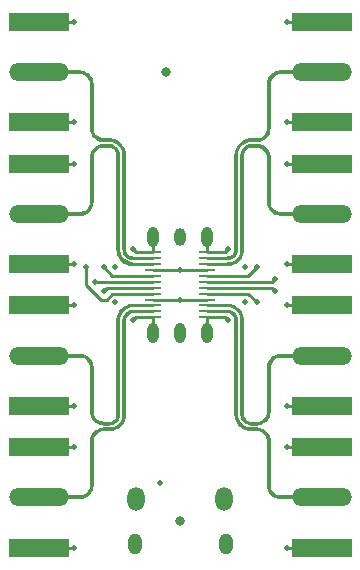
<source format=gtl>
G04 #@! TF.GenerationSoftware,KiCad,Pcbnew,6.0.0-unknown-70ca025~86~ubuntu16.04.1*
G04 #@! TF.CreationDate,2019-07-17T04:15:05+00:00*
G04 #@! TF.ProjectId,usb-type-c-breakout,7573622d-7479-4706-952d-632d62726561,rev?*
G04 #@! TF.SameCoordinates,Original*
G04 #@! TF.FileFunction,Copper,L1,Top*
G04 #@! TF.FilePolarity,Positive*
%FSLAX46Y46*%
G04 Gerber Fmt 4.6, Leading zero omitted, Abs format (unit mm)*
G04 Created by KiCad (PCBNEW 6.0.0-unknown-70ca025~86~ubuntu16.04.1) date 2019-07-17 04:15:05*
%MOMM*%
%LPD*%
G04 APERTURE LIST*
%ADD10C,0.300000*%
%ADD11C,0.100000*%
%ADD12R,1.400000X0.270000*%
%ADD13O,0.950000X1.750000*%
%ADD14O,1.000000X1.500000*%
%ADD15O,1.150000X1.800000*%
%ADD16O,1.450000X2.000000*%
%ADD17O,5.080000X1.500000*%
%ADD18R,5.080000X1.500000*%
%ADD19C,0.508000*%
%ADD20C,0.800000*%
%ADD21C,0.270000*%
%ADD22C,0.300000*%
G04 APERTURE END LIST*
D10*
X108500000Y-82000000D03*
D11*
G36*
X107409161Y-83125951D02*
G01*
X107358356Y-83063657D01*
X107345504Y-82984307D01*
X107365929Y-82783229D01*
X107371574Y-82768368D01*
X107372240Y-82752484D01*
X107432680Y-82559620D01*
X107441198Y-82546198D01*
X107445044Y-82530772D01*
X107543030Y-82354000D01*
X107554074Y-82342564D01*
X107560943Y-82328227D01*
X107692472Y-82174769D01*
X107705589Y-82165788D01*
X107715201Y-82153124D01*
X107874902Y-82029248D01*
X107889558Y-82023087D01*
X107901519Y-82012616D01*
X108082866Y-81923382D01*
X108098459Y-81920294D01*
X108112284Y-81912441D01*
X108307870Y-81861495D01*
X108321884Y-81861593D01*
X108335100Y-81856939D01*
X108488086Y-81845167D01*
X108513912Y-81850000D01*
X108540192Y-81850000D01*
X108552795Y-81857276D01*
X108567098Y-81859953D01*
X108587051Y-81877054D01*
X108609807Y-81890193D01*
X108617083Y-81902795D01*
X108628133Y-81912266D01*
X108636861Y-81937051D01*
X108650000Y-81959808D01*
X108650000Y-81974362D01*
X108654833Y-81988086D01*
X108650000Y-82013912D01*
X108650000Y-82040192D01*
X108642724Y-82052794D01*
X108640047Y-82067099D01*
X108622944Y-82087053D01*
X108609807Y-82109807D01*
X108597205Y-82117083D01*
X108587734Y-82128133D01*
X108562949Y-82136861D01*
X108540192Y-82150000D01*
X108525638Y-82150000D01*
X108511914Y-82154833D01*
X108372750Y-82165541D01*
X108205834Y-82209020D01*
X108052797Y-82284324D01*
X107918022Y-82388865D01*
X107807025Y-82518367D01*
X107724332Y-82667551D01*
X107673327Y-82830310D01*
X107654496Y-83015694D01*
X107625951Y-83090839D01*
X107563657Y-83141644D01*
X107484307Y-83154496D01*
X107409161Y-83125951D01*
X107409161Y-83125951D01*
G37*
D10*
X107500000Y-83000000D03*
X106500000Y-87750000D03*
D11*
G36*
X107590839Y-86624049D02*
G01*
X107641644Y-86686343D01*
X107654496Y-86765693D01*
X107634071Y-86966771D01*
X107628426Y-86981632D01*
X107627760Y-86997516D01*
X107567320Y-87190380D01*
X107558802Y-87203802D01*
X107554956Y-87219228D01*
X107456970Y-87396000D01*
X107445926Y-87407436D01*
X107439057Y-87421773D01*
X107307528Y-87575231D01*
X107294411Y-87584212D01*
X107284799Y-87596876D01*
X107125098Y-87720752D01*
X107110442Y-87726913D01*
X107098481Y-87737384D01*
X106917134Y-87826618D01*
X106901541Y-87829706D01*
X106887716Y-87837559D01*
X106692130Y-87888505D01*
X106678116Y-87888407D01*
X106664900Y-87893061D01*
X106511914Y-87904833D01*
X106486088Y-87900000D01*
X106459808Y-87900000D01*
X106447205Y-87892724D01*
X106432902Y-87890047D01*
X106412949Y-87872946D01*
X106390193Y-87859807D01*
X106382917Y-87847205D01*
X106371867Y-87837734D01*
X106363139Y-87812949D01*
X106350000Y-87790192D01*
X106350000Y-87775638D01*
X106345167Y-87761914D01*
X106350000Y-87736088D01*
X106350000Y-87709808D01*
X106357276Y-87697206D01*
X106359953Y-87682901D01*
X106377056Y-87662947D01*
X106390193Y-87640193D01*
X106402795Y-87632917D01*
X106412266Y-87621867D01*
X106437051Y-87613139D01*
X106459808Y-87600000D01*
X106474362Y-87600000D01*
X106488086Y-87595167D01*
X106627250Y-87584459D01*
X106794166Y-87540980D01*
X106947203Y-87465676D01*
X107081978Y-87361135D01*
X107192975Y-87231633D01*
X107275668Y-87082449D01*
X107326673Y-86919690D01*
X107345504Y-86734306D01*
X107374049Y-86659161D01*
X107436343Y-86608356D01*
X107515693Y-86595504D01*
X107590839Y-86624049D01*
X107590839Y-86624049D01*
G37*
D10*
X107500000Y-86750000D03*
X107500000Y-89250000D03*
D11*
G36*
X106374049Y-88159161D02*
G01*
X106436343Y-88108356D01*
X106515693Y-88095504D01*
X106716771Y-88115929D01*
X106731632Y-88121574D01*
X106747516Y-88122240D01*
X106940380Y-88182680D01*
X106953802Y-88191198D01*
X106969228Y-88195044D01*
X107146000Y-88293030D01*
X107157436Y-88304074D01*
X107171773Y-88310943D01*
X107325231Y-88442472D01*
X107334212Y-88455589D01*
X107346876Y-88465201D01*
X107470752Y-88624902D01*
X107476913Y-88639558D01*
X107487384Y-88651519D01*
X107576618Y-88832866D01*
X107579706Y-88848459D01*
X107587559Y-88862284D01*
X107638505Y-89057870D01*
X107638407Y-89071884D01*
X107643061Y-89085100D01*
X107654833Y-89238086D01*
X107650000Y-89263912D01*
X107650000Y-89290192D01*
X107642724Y-89302795D01*
X107640047Y-89317098D01*
X107622946Y-89337051D01*
X107609807Y-89359807D01*
X107597205Y-89367083D01*
X107587734Y-89378133D01*
X107562949Y-89386861D01*
X107540192Y-89400000D01*
X107525638Y-89400000D01*
X107511914Y-89404833D01*
X107486088Y-89400000D01*
X107459808Y-89400000D01*
X107447206Y-89392724D01*
X107432901Y-89390047D01*
X107412947Y-89372944D01*
X107390193Y-89359807D01*
X107382917Y-89347205D01*
X107371867Y-89337734D01*
X107363139Y-89312949D01*
X107350000Y-89290192D01*
X107350000Y-89275638D01*
X107345167Y-89261914D01*
X107334459Y-89122750D01*
X107290980Y-88955834D01*
X107215676Y-88802797D01*
X107111135Y-88668022D01*
X106981633Y-88557025D01*
X106832449Y-88474332D01*
X106669690Y-88423327D01*
X106484306Y-88404496D01*
X106409161Y-88375951D01*
X106358356Y-88313657D01*
X106345504Y-88234307D01*
X106374049Y-88159161D01*
X106374049Y-88159161D01*
G37*
D10*
X106500000Y-88250000D03*
X107500000Y-93000000D03*
D11*
G36*
X108625951Y-94090839D02*
G01*
X108563657Y-94141644D01*
X108484307Y-94154496D01*
X108283229Y-94134071D01*
X108268368Y-94128426D01*
X108252484Y-94127760D01*
X108059620Y-94067320D01*
X108046198Y-94058802D01*
X108030772Y-94054956D01*
X107854000Y-93956970D01*
X107842564Y-93945926D01*
X107828227Y-93939057D01*
X107674769Y-93807528D01*
X107665788Y-93794411D01*
X107653124Y-93784799D01*
X107529248Y-93625098D01*
X107523087Y-93610442D01*
X107512616Y-93598481D01*
X107423382Y-93417134D01*
X107420294Y-93401541D01*
X107412441Y-93387716D01*
X107361495Y-93192130D01*
X107361593Y-93178116D01*
X107356939Y-93164900D01*
X107345167Y-93011914D01*
X107350000Y-92986088D01*
X107350000Y-92959808D01*
X107357276Y-92947205D01*
X107359953Y-92932902D01*
X107377054Y-92912949D01*
X107390193Y-92890193D01*
X107402795Y-92882917D01*
X107412266Y-92871867D01*
X107437051Y-92863139D01*
X107459808Y-92850000D01*
X107474362Y-92850000D01*
X107488086Y-92845167D01*
X107513912Y-92850000D01*
X107540192Y-92850000D01*
X107552794Y-92857276D01*
X107567099Y-92859953D01*
X107587053Y-92877056D01*
X107609807Y-92890193D01*
X107617083Y-92902795D01*
X107628133Y-92912266D01*
X107636861Y-92937051D01*
X107650000Y-92959808D01*
X107650000Y-92974362D01*
X107654833Y-92988086D01*
X107665541Y-93127250D01*
X107709020Y-93294166D01*
X107784324Y-93447203D01*
X107888865Y-93581978D01*
X108018367Y-93692975D01*
X108167551Y-93775668D01*
X108330310Y-93826673D01*
X108515694Y-93845504D01*
X108590839Y-93874049D01*
X108641644Y-93936343D01*
X108654496Y-94015693D01*
X108625951Y-94090839D01*
X108625951Y-94090839D01*
G37*
D10*
X108500000Y-94000000D03*
X108500000Y-106000000D03*
D11*
G36*
X107409161Y-107125951D02*
G01*
X107358356Y-107063657D01*
X107345504Y-106984307D01*
X107365929Y-106783229D01*
X107371574Y-106768368D01*
X107372240Y-106752484D01*
X107432680Y-106559620D01*
X107441198Y-106546198D01*
X107445044Y-106530772D01*
X107543030Y-106354000D01*
X107554074Y-106342564D01*
X107560943Y-106328227D01*
X107692472Y-106174769D01*
X107705589Y-106165788D01*
X107715201Y-106153124D01*
X107874902Y-106029248D01*
X107889558Y-106023087D01*
X107901519Y-106012616D01*
X108082866Y-105923382D01*
X108098459Y-105920294D01*
X108112284Y-105912441D01*
X108307870Y-105861495D01*
X108321884Y-105861593D01*
X108335100Y-105856939D01*
X108488086Y-105845167D01*
X108513912Y-105850000D01*
X108540192Y-105850000D01*
X108552795Y-105857276D01*
X108567098Y-105859953D01*
X108587051Y-105877054D01*
X108609807Y-105890193D01*
X108617083Y-105902795D01*
X108628133Y-105912266D01*
X108636861Y-105937051D01*
X108650000Y-105959808D01*
X108650000Y-105974362D01*
X108654833Y-105988086D01*
X108650000Y-106013912D01*
X108650000Y-106040192D01*
X108642724Y-106052794D01*
X108640047Y-106067099D01*
X108622944Y-106087053D01*
X108609807Y-106109807D01*
X108597205Y-106117083D01*
X108587734Y-106128133D01*
X108562949Y-106136861D01*
X108540192Y-106150000D01*
X108525638Y-106150000D01*
X108511914Y-106154833D01*
X108372750Y-106165541D01*
X108205834Y-106209020D01*
X108052797Y-106284324D01*
X107918022Y-106388865D01*
X107807025Y-106518367D01*
X107724332Y-106667551D01*
X107673327Y-106830310D01*
X107654496Y-107015694D01*
X107625951Y-107090839D01*
X107563657Y-107141644D01*
X107484307Y-107154496D01*
X107409161Y-107125951D01*
X107409161Y-107125951D01*
G37*
D10*
X107500000Y-107000000D03*
X106500000Y-111750000D03*
D11*
G36*
X107590839Y-110624049D02*
G01*
X107641644Y-110686343D01*
X107654496Y-110765693D01*
X107634071Y-110966771D01*
X107628426Y-110981632D01*
X107627760Y-110997516D01*
X107567320Y-111190380D01*
X107558802Y-111203802D01*
X107554956Y-111219228D01*
X107456970Y-111396000D01*
X107445926Y-111407436D01*
X107439057Y-111421773D01*
X107307528Y-111575231D01*
X107294411Y-111584212D01*
X107284799Y-111596876D01*
X107125098Y-111720752D01*
X107110442Y-111726913D01*
X107098481Y-111737384D01*
X106917134Y-111826618D01*
X106901541Y-111829706D01*
X106887716Y-111837559D01*
X106692130Y-111888505D01*
X106678116Y-111888407D01*
X106664900Y-111893061D01*
X106511914Y-111904833D01*
X106486088Y-111900000D01*
X106459808Y-111900000D01*
X106447205Y-111892724D01*
X106432902Y-111890047D01*
X106412949Y-111872946D01*
X106390193Y-111859807D01*
X106382917Y-111847205D01*
X106371867Y-111837734D01*
X106363139Y-111812949D01*
X106350000Y-111790192D01*
X106350000Y-111775638D01*
X106345167Y-111761914D01*
X106350000Y-111736088D01*
X106350000Y-111709808D01*
X106357276Y-111697206D01*
X106359953Y-111682901D01*
X106377056Y-111662947D01*
X106390193Y-111640193D01*
X106402795Y-111632917D01*
X106412266Y-111621867D01*
X106437051Y-111613139D01*
X106459808Y-111600000D01*
X106474362Y-111600000D01*
X106488086Y-111595167D01*
X106627250Y-111584459D01*
X106794166Y-111540980D01*
X106947203Y-111465676D01*
X107081978Y-111361135D01*
X107192975Y-111231633D01*
X107275668Y-111082449D01*
X107326673Y-110919690D01*
X107345504Y-110734306D01*
X107374049Y-110659161D01*
X107436343Y-110608356D01*
X107515693Y-110595504D01*
X107590839Y-110624049D01*
X107590839Y-110624049D01*
G37*
D10*
X107500000Y-110750000D03*
X107500000Y-113250000D03*
D11*
G36*
X106374049Y-112159161D02*
G01*
X106436343Y-112108356D01*
X106515693Y-112095504D01*
X106716771Y-112115929D01*
X106731632Y-112121574D01*
X106747516Y-112122240D01*
X106940380Y-112182680D01*
X106953802Y-112191198D01*
X106969228Y-112195044D01*
X107146000Y-112293030D01*
X107157436Y-112304074D01*
X107171773Y-112310943D01*
X107325231Y-112442472D01*
X107334212Y-112455589D01*
X107346876Y-112465201D01*
X107470752Y-112624902D01*
X107476913Y-112639558D01*
X107487384Y-112651519D01*
X107576618Y-112832866D01*
X107579706Y-112848459D01*
X107587559Y-112862284D01*
X107638505Y-113057870D01*
X107638407Y-113071884D01*
X107643061Y-113085100D01*
X107654833Y-113238086D01*
X107650000Y-113263912D01*
X107650000Y-113290192D01*
X107642724Y-113302795D01*
X107640047Y-113317098D01*
X107622946Y-113337051D01*
X107609807Y-113359807D01*
X107597205Y-113367083D01*
X107587734Y-113378133D01*
X107562949Y-113386861D01*
X107540192Y-113400000D01*
X107525638Y-113400000D01*
X107511914Y-113404833D01*
X107486088Y-113400000D01*
X107459808Y-113400000D01*
X107447206Y-113392724D01*
X107432901Y-113390047D01*
X107412947Y-113372944D01*
X107390193Y-113359807D01*
X107382917Y-113347205D01*
X107371867Y-113337734D01*
X107363139Y-113312949D01*
X107350000Y-113290192D01*
X107350000Y-113275638D01*
X107345167Y-113261914D01*
X107334459Y-113122750D01*
X107290980Y-112955834D01*
X107215676Y-112802797D01*
X107111135Y-112668022D01*
X106981633Y-112557025D01*
X106832449Y-112474332D01*
X106669690Y-112423327D01*
X106484306Y-112404496D01*
X106409161Y-112375951D01*
X106358356Y-112313657D01*
X106345504Y-112234307D01*
X106374049Y-112159161D01*
X106374049Y-112159161D01*
G37*
D10*
X106500000Y-112250000D03*
X107500000Y-117000000D03*
D11*
G36*
X108625951Y-118090839D02*
G01*
X108563657Y-118141644D01*
X108484307Y-118154496D01*
X108283229Y-118134071D01*
X108268368Y-118128426D01*
X108252484Y-118127760D01*
X108059620Y-118067320D01*
X108046198Y-118058802D01*
X108030772Y-118054956D01*
X107854000Y-117956970D01*
X107842564Y-117945926D01*
X107828227Y-117939057D01*
X107674769Y-117807528D01*
X107665788Y-117794411D01*
X107653124Y-117784799D01*
X107529248Y-117625098D01*
X107523087Y-117610442D01*
X107512616Y-117598481D01*
X107423382Y-117417134D01*
X107420294Y-117401541D01*
X107412441Y-117387716D01*
X107361495Y-117192130D01*
X107361593Y-117178116D01*
X107356939Y-117164900D01*
X107345167Y-117011914D01*
X107350000Y-116986088D01*
X107350000Y-116959808D01*
X107357276Y-116947205D01*
X107359953Y-116932902D01*
X107377054Y-116912949D01*
X107390193Y-116890193D01*
X107402795Y-116882917D01*
X107412266Y-116871867D01*
X107437051Y-116863139D01*
X107459808Y-116850000D01*
X107474362Y-116850000D01*
X107488086Y-116845167D01*
X107513912Y-116850000D01*
X107540192Y-116850000D01*
X107552794Y-116857276D01*
X107567099Y-116859953D01*
X107587053Y-116877056D01*
X107609807Y-116890193D01*
X107617083Y-116902795D01*
X107628133Y-116912266D01*
X107636861Y-116937051D01*
X107650000Y-116959808D01*
X107650000Y-116974362D01*
X107654833Y-116988086D01*
X107665541Y-117127250D01*
X107709020Y-117294166D01*
X107784324Y-117447203D01*
X107888865Y-117581978D01*
X108018367Y-117692975D01*
X108167551Y-117775668D01*
X108330310Y-117826673D01*
X108515694Y-117845504D01*
X108590839Y-117874049D01*
X108641644Y-117936343D01*
X108654496Y-118015693D01*
X108625951Y-118090839D01*
X108625951Y-118090839D01*
G37*
D10*
X108500000Y-118000000D03*
X91500000Y-118000000D03*
D11*
G36*
X92590839Y-116874049D02*
G01*
X92641644Y-116936343D01*
X92654496Y-117015693D01*
X92634071Y-117216771D01*
X92628426Y-117231632D01*
X92627760Y-117247516D01*
X92567320Y-117440380D01*
X92558802Y-117453802D01*
X92554956Y-117469228D01*
X92456970Y-117646000D01*
X92445926Y-117657436D01*
X92439057Y-117671773D01*
X92307528Y-117825231D01*
X92294411Y-117834212D01*
X92284799Y-117846876D01*
X92125098Y-117970752D01*
X92110442Y-117976913D01*
X92098481Y-117987384D01*
X91917134Y-118076618D01*
X91901541Y-118079706D01*
X91887716Y-118087559D01*
X91692130Y-118138505D01*
X91678116Y-118138407D01*
X91664900Y-118143061D01*
X91511914Y-118154833D01*
X91486088Y-118150000D01*
X91459808Y-118150000D01*
X91447205Y-118142724D01*
X91432902Y-118140047D01*
X91412949Y-118122946D01*
X91390193Y-118109807D01*
X91382917Y-118097205D01*
X91371867Y-118087734D01*
X91363139Y-118062949D01*
X91350000Y-118040192D01*
X91350000Y-118025638D01*
X91345167Y-118011914D01*
X91350000Y-117986088D01*
X91350000Y-117959808D01*
X91357276Y-117947206D01*
X91359953Y-117932901D01*
X91377056Y-117912947D01*
X91390193Y-117890193D01*
X91402795Y-117882917D01*
X91412266Y-117871867D01*
X91437051Y-117863139D01*
X91459808Y-117850000D01*
X91474362Y-117850000D01*
X91488086Y-117845167D01*
X91627250Y-117834459D01*
X91794166Y-117790980D01*
X91947203Y-117715676D01*
X92081978Y-117611135D01*
X92192975Y-117481633D01*
X92275668Y-117332449D01*
X92326673Y-117169690D01*
X92345504Y-116984306D01*
X92374049Y-116909161D01*
X92436343Y-116858356D01*
X92515693Y-116845504D01*
X92590839Y-116874049D01*
X92590839Y-116874049D01*
G37*
D10*
X92500000Y-117000000D03*
X93500000Y-112250000D03*
D11*
G36*
X92409161Y-113375951D02*
G01*
X92358356Y-113313657D01*
X92345504Y-113234307D01*
X92365929Y-113033229D01*
X92371574Y-113018368D01*
X92372240Y-113002484D01*
X92432680Y-112809620D01*
X92441198Y-112796198D01*
X92445044Y-112780772D01*
X92543030Y-112604000D01*
X92554074Y-112592564D01*
X92560943Y-112578227D01*
X92692472Y-112424769D01*
X92705589Y-112415788D01*
X92715201Y-112403124D01*
X92874902Y-112279248D01*
X92889558Y-112273087D01*
X92901519Y-112262616D01*
X93082866Y-112173382D01*
X93098459Y-112170294D01*
X93112284Y-112162441D01*
X93307870Y-112111495D01*
X93321884Y-112111593D01*
X93335100Y-112106939D01*
X93488086Y-112095167D01*
X93513912Y-112100000D01*
X93540192Y-112100000D01*
X93552795Y-112107276D01*
X93567098Y-112109953D01*
X93587051Y-112127054D01*
X93609807Y-112140193D01*
X93617083Y-112152795D01*
X93628133Y-112162266D01*
X93636861Y-112187051D01*
X93650000Y-112209808D01*
X93650000Y-112224362D01*
X93654833Y-112238086D01*
X93650000Y-112263912D01*
X93650000Y-112290192D01*
X93642724Y-112302794D01*
X93640047Y-112317099D01*
X93622944Y-112337053D01*
X93609807Y-112359807D01*
X93597205Y-112367083D01*
X93587734Y-112378133D01*
X93562949Y-112386861D01*
X93540192Y-112400000D01*
X93525638Y-112400000D01*
X93511914Y-112404833D01*
X93372750Y-112415541D01*
X93205834Y-112459020D01*
X93052797Y-112534324D01*
X92918022Y-112638865D01*
X92807025Y-112768367D01*
X92724332Y-112917551D01*
X92673327Y-113080310D01*
X92654496Y-113265694D01*
X92625951Y-113340839D01*
X92563657Y-113391644D01*
X92484307Y-113404496D01*
X92409161Y-113375951D01*
X92409161Y-113375951D01*
G37*
D10*
X92500000Y-113250000D03*
X92500000Y-110750000D03*
D11*
G36*
X93625951Y-111840839D02*
G01*
X93563657Y-111891644D01*
X93484307Y-111904496D01*
X93283229Y-111884071D01*
X93268368Y-111878426D01*
X93252484Y-111877760D01*
X93059620Y-111817320D01*
X93046198Y-111808802D01*
X93030772Y-111804956D01*
X92854000Y-111706970D01*
X92842564Y-111695926D01*
X92828227Y-111689057D01*
X92674769Y-111557528D01*
X92665788Y-111544411D01*
X92653124Y-111534799D01*
X92529248Y-111375098D01*
X92523087Y-111360442D01*
X92512616Y-111348481D01*
X92423382Y-111167134D01*
X92420294Y-111151541D01*
X92412441Y-111137716D01*
X92361495Y-110942130D01*
X92361593Y-110928116D01*
X92356939Y-110914900D01*
X92345167Y-110761914D01*
X92350000Y-110736088D01*
X92350000Y-110709808D01*
X92357276Y-110697205D01*
X92359953Y-110682902D01*
X92377054Y-110662949D01*
X92390193Y-110640193D01*
X92402795Y-110632917D01*
X92412266Y-110621867D01*
X92437051Y-110613139D01*
X92459808Y-110600000D01*
X92474362Y-110600000D01*
X92488086Y-110595167D01*
X92513912Y-110600000D01*
X92540192Y-110600000D01*
X92552794Y-110607276D01*
X92567099Y-110609953D01*
X92587053Y-110627056D01*
X92609807Y-110640193D01*
X92617083Y-110652795D01*
X92628133Y-110662266D01*
X92636861Y-110687051D01*
X92650000Y-110709808D01*
X92650000Y-110724362D01*
X92654833Y-110738086D01*
X92665541Y-110877250D01*
X92709020Y-111044166D01*
X92784324Y-111197203D01*
X92888865Y-111331978D01*
X93018367Y-111442975D01*
X93167551Y-111525668D01*
X93330310Y-111576673D01*
X93515694Y-111595504D01*
X93590839Y-111624049D01*
X93641644Y-111686343D01*
X93654496Y-111765693D01*
X93625951Y-111840839D01*
X93625951Y-111840839D01*
G37*
D10*
X93500000Y-111750000D03*
X92500000Y-107000000D03*
D11*
G36*
X91374049Y-105909161D02*
G01*
X91436343Y-105858356D01*
X91515693Y-105845504D01*
X91716771Y-105865929D01*
X91731632Y-105871574D01*
X91747516Y-105872240D01*
X91940380Y-105932680D01*
X91953802Y-105941198D01*
X91969228Y-105945044D01*
X92146000Y-106043030D01*
X92157436Y-106054074D01*
X92171773Y-106060943D01*
X92325231Y-106192472D01*
X92334212Y-106205589D01*
X92346876Y-106215201D01*
X92470752Y-106374902D01*
X92476913Y-106389558D01*
X92487384Y-106401519D01*
X92576618Y-106582866D01*
X92579706Y-106598459D01*
X92587559Y-106612284D01*
X92638505Y-106807870D01*
X92638407Y-106821884D01*
X92643061Y-106835100D01*
X92654833Y-106988086D01*
X92650000Y-107013912D01*
X92650000Y-107040192D01*
X92642724Y-107052795D01*
X92640047Y-107067098D01*
X92622946Y-107087051D01*
X92609807Y-107109807D01*
X92597205Y-107117083D01*
X92587734Y-107128133D01*
X92562949Y-107136861D01*
X92540192Y-107150000D01*
X92525638Y-107150000D01*
X92511914Y-107154833D01*
X92486088Y-107150000D01*
X92459808Y-107150000D01*
X92447206Y-107142724D01*
X92432901Y-107140047D01*
X92412947Y-107122944D01*
X92390193Y-107109807D01*
X92382917Y-107097205D01*
X92371867Y-107087734D01*
X92363139Y-107062949D01*
X92350000Y-107040192D01*
X92350000Y-107025638D01*
X92345167Y-107011914D01*
X92334459Y-106872750D01*
X92290980Y-106705834D01*
X92215676Y-106552797D01*
X92111135Y-106418022D01*
X91981633Y-106307025D01*
X91832449Y-106224332D01*
X91669690Y-106173327D01*
X91484306Y-106154496D01*
X91409161Y-106125951D01*
X91358356Y-106063657D01*
X91345504Y-105984307D01*
X91374049Y-105909161D01*
X91374049Y-105909161D01*
G37*
D10*
X91500000Y-106000000D03*
X91500000Y-94000000D03*
D11*
G36*
X92590839Y-92874049D02*
G01*
X92641644Y-92936343D01*
X92654496Y-93015693D01*
X92634071Y-93216771D01*
X92628426Y-93231632D01*
X92627760Y-93247516D01*
X92567320Y-93440380D01*
X92558802Y-93453802D01*
X92554956Y-93469228D01*
X92456970Y-93646000D01*
X92445926Y-93657436D01*
X92439057Y-93671773D01*
X92307528Y-93825231D01*
X92294411Y-93834212D01*
X92284799Y-93846876D01*
X92125098Y-93970752D01*
X92110442Y-93976913D01*
X92098481Y-93987384D01*
X91917134Y-94076618D01*
X91901541Y-94079706D01*
X91887716Y-94087559D01*
X91692130Y-94138505D01*
X91678116Y-94138407D01*
X91664900Y-94143061D01*
X91511914Y-94154833D01*
X91486088Y-94150000D01*
X91459808Y-94150000D01*
X91447205Y-94142724D01*
X91432902Y-94140047D01*
X91412949Y-94122946D01*
X91390193Y-94109807D01*
X91382917Y-94097205D01*
X91371867Y-94087734D01*
X91363139Y-94062949D01*
X91350000Y-94040192D01*
X91350000Y-94025638D01*
X91345167Y-94011914D01*
X91350000Y-93986088D01*
X91350000Y-93959808D01*
X91357276Y-93947206D01*
X91359953Y-93932901D01*
X91377056Y-93912947D01*
X91390193Y-93890193D01*
X91402795Y-93882917D01*
X91412266Y-93871867D01*
X91437051Y-93863139D01*
X91459808Y-93850000D01*
X91474362Y-93850000D01*
X91488086Y-93845167D01*
X91627250Y-93834459D01*
X91794166Y-93790980D01*
X91947203Y-93715676D01*
X92081978Y-93611135D01*
X92192975Y-93481633D01*
X92275668Y-93332449D01*
X92326673Y-93169690D01*
X92345504Y-92984306D01*
X92374049Y-92909161D01*
X92436343Y-92858356D01*
X92515693Y-92845504D01*
X92590839Y-92874049D01*
X92590839Y-92874049D01*
G37*
D10*
X92500000Y-93000000D03*
X93500000Y-88250000D03*
D11*
G36*
X92409161Y-89375951D02*
G01*
X92358356Y-89313657D01*
X92345504Y-89234307D01*
X92365929Y-89033229D01*
X92371574Y-89018368D01*
X92372240Y-89002484D01*
X92432680Y-88809620D01*
X92441198Y-88796198D01*
X92445044Y-88780772D01*
X92543030Y-88604000D01*
X92554074Y-88592564D01*
X92560943Y-88578227D01*
X92692472Y-88424769D01*
X92705589Y-88415788D01*
X92715201Y-88403124D01*
X92874902Y-88279248D01*
X92889558Y-88273087D01*
X92901519Y-88262616D01*
X93082866Y-88173382D01*
X93098459Y-88170294D01*
X93112284Y-88162441D01*
X93307870Y-88111495D01*
X93321884Y-88111593D01*
X93335100Y-88106939D01*
X93488086Y-88095167D01*
X93513912Y-88100000D01*
X93540192Y-88100000D01*
X93552795Y-88107276D01*
X93567098Y-88109953D01*
X93587051Y-88127054D01*
X93609807Y-88140193D01*
X93617083Y-88152795D01*
X93628133Y-88162266D01*
X93636861Y-88187051D01*
X93650000Y-88209808D01*
X93650000Y-88224362D01*
X93654833Y-88238086D01*
X93650000Y-88263912D01*
X93650000Y-88290192D01*
X93642724Y-88302794D01*
X93640047Y-88317099D01*
X93622944Y-88337053D01*
X93609807Y-88359807D01*
X93597205Y-88367083D01*
X93587734Y-88378133D01*
X93562949Y-88386861D01*
X93540192Y-88400000D01*
X93525638Y-88400000D01*
X93511914Y-88404833D01*
X93372750Y-88415541D01*
X93205834Y-88459020D01*
X93052797Y-88534324D01*
X92918022Y-88638865D01*
X92807025Y-88768367D01*
X92724332Y-88917551D01*
X92673327Y-89080310D01*
X92654496Y-89265694D01*
X92625951Y-89340839D01*
X92563657Y-89391644D01*
X92484307Y-89404496D01*
X92409161Y-89375951D01*
X92409161Y-89375951D01*
G37*
D10*
X92500000Y-89250000D03*
X92500000Y-86750000D03*
D11*
G36*
X93625951Y-87840839D02*
G01*
X93563657Y-87891644D01*
X93484307Y-87904496D01*
X93283229Y-87884071D01*
X93268368Y-87878426D01*
X93252484Y-87877760D01*
X93059620Y-87817320D01*
X93046198Y-87808802D01*
X93030772Y-87804956D01*
X92854000Y-87706970D01*
X92842564Y-87695926D01*
X92828227Y-87689057D01*
X92674769Y-87557528D01*
X92665788Y-87544411D01*
X92653124Y-87534799D01*
X92529248Y-87375098D01*
X92523087Y-87360442D01*
X92512616Y-87348481D01*
X92423382Y-87167134D01*
X92420294Y-87151541D01*
X92412441Y-87137716D01*
X92361495Y-86942130D01*
X92361593Y-86928116D01*
X92356939Y-86914900D01*
X92345167Y-86761914D01*
X92350000Y-86736088D01*
X92350000Y-86709808D01*
X92357276Y-86697205D01*
X92359953Y-86682902D01*
X92377054Y-86662949D01*
X92390193Y-86640193D01*
X92402795Y-86632917D01*
X92412266Y-86621867D01*
X92437051Y-86613139D01*
X92459808Y-86600000D01*
X92474362Y-86600000D01*
X92488086Y-86595167D01*
X92513912Y-86600000D01*
X92540192Y-86600000D01*
X92552794Y-86607276D01*
X92567099Y-86609953D01*
X92587053Y-86627056D01*
X92609807Y-86640193D01*
X92617083Y-86652795D01*
X92628133Y-86662266D01*
X92636861Y-86687051D01*
X92650000Y-86709808D01*
X92650000Y-86724362D01*
X92654833Y-86738086D01*
X92665541Y-86877250D01*
X92709020Y-87044166D01*
X92784324Y-87197203D01*
X92888865Y-87331978D01*
X93018367Y-87442975D01*
X93167551Y-87525668D01*
X93330310Y-87576673D01*
X93515694Y-87595504D01*
X93590839Y-87624049D01*
X93641644Y-87686343D01*
X93654496Y-87765693D01*
X93625951Y-87840839D01*
X93625951Y-87840839D01*
G37*
D10*
X93500000Y-87750000D03*
X92500000Y-83000000D03*
D11*
G36*
X91374049Y-81909161D02*
G01*
X91436343Y-81858356D01*
X91515693Y-81845504D01*
X91716771Y-81865929D01*
X91731632Y-81871574D01*
X91747516Y-81872240D01*
X91940380Y-81932680D01*
X91953802Y-81941198D01*
X91969228Y-81945044D01*
X92146000Y-82043030D01*
X92157436Y-82054074D01*
X92171773Y-82060943D01*
X92325231Y-82192472D01*
X92334212Y-82205589D01*
X92346876Y-82215201D01*
X92470752Y-82374902D01*
X92476913Y-82389558D01*
X92487384Y-82401519D01*
X92576618Y-82582866D01*
X92579706Y-82598459D01*
X92587559Y-82612284D01*
X92638505Y-82807870D01*
X92638407Y-82821884D01*
X92643061Y-82835100D01*
X92654833Y-82988086D01*
X92650000Y-83013912D01*
X92650000Y-83040192D01*
X92642724Y-83052795D01*
X92640047Y-83067098D01*
X92622946Y-83087051D01*
X92609807Y-83109807D01*
X92597205Y-83117083D01*
X92587734Y-83128133D01*
X92562949Y-83136861D01*
X92540192Y-83150000D01*
X92525638Y-83150000D01*
X92511914Y-83154833D01*
X92486088Y-83150000D01*
X92459808Y-83150000D01*
X92447206Y-83142724D01*
X92432901Y-83140047D01*
X92412947Y-83122944D01*
X92390193Y-83109807D01*
X92382917Y-83097205D01*
X92371867Y-83087734D01*
X92363139Y-83062949D01*
X92350000Y-83040192D01*
X92350000Y-83025638D01*
X92345167Y-83011914D01*
X92334459Y-82872750D01*
X92290980Y-82705834D01*
X92215676Y-82552797D01*
X92111135Y-82418022D01*
X91981633Y-82307025D01*
X91832449Y-82224332D01*
X91669690Y-82173327D01*
X91484306Y-82154496D01*
X91409161Y-82125951D01*
X91358356Y-82063657D01*
X91345504Y-81984307D01*
X91374049Y-81909161D01*
X91374049Y-81909161D01*
G37*
D10*
X91500000Y-82000000D03*
X95250000Y-89000000D03*
D11*
G36*
X93872948Y-87660707D02*
G01*
X93934617Y-87609144D01*
X94013804Y-87595324D01*
X94235160Y-87615079D01*
X94248320Y-87619895D01*
X94262334Y-87619968D01*
X94476693Y-87678611D01*
X94488791Y-87685681D01*
X94502569Y-87688234D01*
X94703156Y-87783908D01*
X94713813Y-87793010D01*
X94726921Y-87797963D01*
X94907395Y-87927647D01*
X94916270Y-87938490D01*
X94928295Y-87945687D01*
X95082951Y-88105281D01*
X95089766Y-88117525D01*
X95100326Y-88126737D01*
X95224276Y-88311195D01*
X95228815Y-88324452D01*
X95237577Y-88335389D01*
X95326905Y-88538882D01*
X95329025Y-88552735D01*
X95335711Y-88565050D01*
X95387590Y-88781145D01*
X95387255Y-88793936D01*
X95391464Y-88806022D01*
X95404874Y-88988626D01*
X95400000Y-89014177D01*
X95400000Y-89040192D01*
X95392589Y-89053028D01*
X95389812Y-89067587D01*
X95372813Y-89087280D01*
X95359807Y-89109807D01*
X95346971Y-89117218D01*
X95337286Y-89128438D01*
X95312721Y-89136993D01*
X95290192Y-89150000D01*
X95275370Y-89150000D01*
X95261374Y-89154874D01*
X95235822Y-89150000D01*
X95209808Y-89150000D01*
X95196972Y-89142589D01*
X95182412Y-89139812D01*
X95162718Y-89122812D01*
X95140193Y-89109807D01*
X95132782Y-89096971D01*
X95121562Y-89087286D01*
X95113007Y-89062721D01*
X95100000Y-89040192D01*
X95100000Y-89025370D01*
X95095126Y-89011374D01*
X95082641Y-88841363D01*
X95036947Y-88651030D01*
X94958759Y-88472917D01*
X94850270Y-88311468D01*
X94714903Y-88171778D01*
X94556940Y-88058270D01*
X94381373Y-87974529D01*
X94193745Y-87923199D01*
X93986196Y-87904676D01*
X93910707Y-87877052D01*
X93859144Y-87815383D01*
X93845324Y-87736196D01*
X93872948Y-87660707D01*
X93872948Y-87660707D01*
G37*
D10*
X94000000Y-87750000D03*
X94750000Y-97000000D03*
D11*
G36*
X96127052Y-98339293D02*
G01*
X96065383Y-98390856D01*
X95986196Y-98404676D01*
X95764840Y-98384921D01*
X95751680Y-98380105D01*
X95737666Y-98380032D01*
X95523307Y-98321389D01*
X95511209Y-98314319D01*
X95497431Y-98311766D01*
X95296844Y-98216092D01*
X95286187Y-98206990D01*
X95273079Y-98202037D01*
X95092605Y-98072353D01*
X95083730Y-98061510D01*
X95071705Y-98054313D01*
X94917049Y-97894719D01*
X94910234Y-97882475D01*
X94899674Y-97873263D01*
X94775724Y-97688805D01*
X94771185Y-97675548D01*
X94762423Y-97664611D01*
X94673095Y-97461118D01*
X94670975Y-97447265D01*
X94664289Y-97434950D01*
X94612410Y-97218855D01*
X94612745Y-97206064D01*
X94608536Y-97193978D01*
X94595126Y-97011374D01*
X94600000Y-96985823D01*
X94600000Y-96959808D01*
X94607411Y-96946972D01*
X94610188Y-96932413D01*
X94627187Y-96912720D01*
X94640193Y-96890193D01*
X94653029Y-96882782D01*
X94662714Y-96871562D01*
X94687279Y-96863007D01*
X94709808Y-96850000D01*
X94724630Y-96850000D01*
X94738626Y-96845126D01*
X94764178Y-96850000D01*
X94790192Y-96850000D01*
X94803028Y-96857411D01*
X94817588Y-96860188D01*
X94837282Y-96877188D01*
X94859807Y-96890193D01*
X94867218Y-96903029D01*
X94878438Y-96912714D01*
X94886993Y-96937279D01*
X94900000Y-96959808D01*
X94900000Y-96974630D01*
X94904874Y-96988626D01*
X94917359Y-97158637D01*
X94963053Y-97348970D01*
X95041241Y-97527083D01*
X95149730Y-97688532D01*
X95285097Y-97828222D01*
X95443060Y-97941730D01*
X95618627Y-98025471D01*
X95806255Y-98076801D01*
X96013804Y-98095324D01*
X96089293Y-98122948D01*
X96140856Y-98184617D01*
X96154676Y-98263804D01*
X96127052Y-98339293D01*
X96127052Y-98339293D01*
G37*
D10*
X96000000Y-98250000D03*
X96000000Y-101750000D03*
D11*
G36*
X94660707Y-103127052D02*
G01*
X94609144Y-103065383D01*
X94595324Y-102986196D01*
X94615079Y-102764840D01*
X94619895Y-102751680D01*
X94619968Y-102737666D01*
X94678611Y-102523307D01*
X94685681Y-102511209D01*
X94688234Y-102497431D01*
X94783908Y-102296844D01*
X94793010Y-102286187D01*
X94797963Y-102273079D01*
X94927647Y-102092605D01*
X94938490Y-102083730D01*
X94945687Y-102071705D01*
X95105281Y-101917049D01*
X95117525Y-101910234D01*
X95126737Y-101899674D01*
X95311195Y-101775724D01*
X95324452Y-101771185D01*
X95335389Y-101762423D01*
X95538882Y-101673095D01*
X95552735Y-101670975D01*
X95565050Y-101664289D01*
X95781145Y-101612410D01*
X95793936Y-101612745D01*
X95806022Y-101608536D01*
X95988626Y-101595126D01*
X96014177Y-101600000D01*
X96040192Y-101600000D01*
X96053028Y-101607411D01*
X96067587Y-101610188D01*
X96087280Y-101627187D01*
X96109807Y-101640193D01*
X96117218Y-101653029D01*
X96128438Y-101662714D01*
X96136993Y-101687279D01*
X96150000Y-101709808D01*
X96150000Y-101724630D01*
X96154874Y-101738626D01*
X96150000Y-101764178D01*
X96150000Y-101790192D01*
X96142589Y-101803028D01*
X96139812Y-101817588D01*
X96122812Y-101837282D01*
X96109807Y-101859807D01*
X96096971Y-101867218D01*
X96087286Y-101878438D01*
X96062721Y-101886993D01*
X96040192Y-101900000D01*
X96025370Y-101900000D01*
X96011374Y-101904874D01*
X95841363Y-101917359D01*
X95651030Y-101963053D01*
X95472917Y-102041241D01*
X95311468Y-102149730D01*
X95171778Y-102285097D01*
X95058270Y-102443060D01*
X94974529Y-102618627D01*
X94923199Y-102806255D01*
X94904676Y-103013804D01*
X94877052Y-103089293D01*
X94815383Y-103140856D01*
X94736196Y-103154676D01*
X94660707Y-103127052D01*
X94660707Y-103127052D01*
G37*
D10*
X94750000Y-103000000D03*
X94000000Y-112250000D03*
D11*
G36*
X95339293Y-110872948D02*
G01*
X95390856Y-110934617D01*
X95404676Y-111013804D01*
X95384921Y-111235160D01*
X95380105Y-111248320D01*
X95380032Y-111262334D01*
X95321389Y-111476693D01*
X95314319Y-111488791D01*
X95311766Y-111502569D01*
X95216092Y-111703156D01*
X95206990Y-111713813D01*
X95202037Y-111726921D01*
X95072353Y-111907395D01*
X95061510Y-111916270D01*
X95054313Y-111928295D01*
X94894719Y-112082951D01*
X94882475Y-112089766D01*
X94873263Y-112100326D01*
X94688805Y-112224276D01*
X94675548Y-112228815D01*
X94664611Y-112237577D01*
X94461118Y-112326905D01*
X94447265Y-112329025D01*
X94434950Y-112335711D01*
X94218855Y-112387590D01*
X94206064Y-112387255D01*
X94193978Y-112391464D01*
X94011374Y-112404874D01*
X93985823Y-112400000D01*
X93959808Y-112400000D01*
X93946972Y-112392589D01*
X93932413Y-112389812D01*
X93912720Y-112372813D01*
X93890193Y-112359807D01*
X93882782Y-112346971D01*
X93871562Y-112337286D01*
X93863007Y-112312721D01*
X93850000Y-112290192D01*
X93850000Y-112275370D01*
X93845126Y-112261374D01*
X93850000Y-112235822D01*
X93850000Y-112209808D01*
X93857411Y-112196972D01*
X93860188Y-112182412D01*
X93877188Y-112162718D01*
X93890193Y-112140193D01*
X93903029Y-112132782D01*
X93912714Y-112121562D01*
X93937279Y-112113007D01*
X93959808Y-112100000D01*
X93974630Y-112100000D01*
X93988626Y-112095126D01*
X94158637Y-112082641D01*
X94348970Y-112036947D01*
X94527083Y-111958759D01*
X94688532Y-111850270D01*
X94828222Y-111714903D01*
X94941730Y-111556940D01*
X95025471Y-111381373D01*
X95076801Y-111193745D01*
X95095324Y-110986196D01*
X95122948Y-110910707D01*
X95184617Y-110859144D01*
X95263804Y-110845324D01*
X95339293Y-110872948D01*
X95339293Y-110872948D01*
G37*
D10*
X95250000Y-111000000D03*
X104750000Y-111000000D03*
D11*
G36*
X106127052Y-112339293D02*
G01*
X106065383Y-112390856D01*
X105986196Y-112404676D01*
X105764840Y-112384921D01*
X105751680Y-112380105D01*
X105737666Y-112380032D01*
X105523307Y-112321389D01*
X105511209Y-112314319D01*
X105497431Y-112311766D01*
X105296844Y-112216092D01*
X105286187Y-112206990D01*
X105273079Y-112202037D01*
X105092605Y-112072353D01*
X105083730Y-112061510D01*
X105071705Y-112054313D01*
X104917049Y-111894719D01*
X104910234Y-111882475D01*
X104899674Y-111873263D01*
X104775724Y-111688805D01*
X104771185Y-111675548D01*
X104762423Y-111664611D01*
X104673095Y-111461118D01*
X104670975Y-111447265D01*
X104664289Y-111434950D01*
X104612410Y-111218855D01*
X104612745Y-111206064D01*
X104608536Y-111193978D01*
X104595126Y-111011374D01*
X104600000Y-110985823D01*
X104600000Y-110959808D01*
X104607411Y-110946972D01*
X104610188Y-110932413D01*
X104627187Y-110912720D01*
X104640193Y-110890193D01*
X104653029Y-110882782D01*
X104662714Y-110871562D01*
X104687279Y-110863007D01*
X104709808Y-110850000D01*
X104724630Y-110850000D01*
X104738626Y-110845126D01*
X104764178Y-110850000D01*
X104790192Y-110850000D01*
X104803028Y-110857411D01*
X104817588Y-110860188D01*
X104837282Y-110877188D01*
X104859807Y-110890193D01*
X104867218Y-110903029D01*
X104878438Y-110912714D01*
X104886993Y-110937279D01*
X104900000Y-110959808D01*
X104900000Y-110974630D01*
X104904874Y-110988626D01*
X104917359Y-111158637D01*
X104963053Y-111348970D01*
X105041241Y-111527083D01*
X105149730Y-111688532D01*
X105285097Y-111828222D01*
X105443060Y-111941730D01*
X105618627Y-112025471D01*
X105806255Y-112076801D01*
X106013804Y-112095324D01*
X106089293Y-112122948D01*
X106140856Y-112184617D01*
X106154676Y-112263804D01*
X106127052Y-112339293D01*
X106127052Y-112339293D01*
G37*
D10*
X106000000Y-112250000D03*
X105250000Y-103000000D03*
D11*
G36*
X103872948Y-101660707D02*
G01*
X103934617Y-101609144D01*
X104013804Y-101595324D01*
X104235160Y-101615079D01*
X104248320Y-101619895D01*
X104262334Y-101619968D01*
X104476693Y-101678611D01*
X104488791Y-101685681D01*
X104502569Y-101688234D01*
X104703156Y-101783908D01*
X104713813Y-101793010D01*
X104726921Y-101797963D01*
X104907395Y-101927647D01*
X104916270Y-101938490D01*
X104928295Y-101945687D01*
X105082951Y-102105281D01*
X105089766Y-102117525D01*
X105100326Y-102126737D01*
X105224276Y-102311195D01*
X105228815Y-102324452D01*
X105237577Y-102335389D01*
X105326905Y-102538882D01*
X105329025Y-102552735D01*
X105335711Y-102565050D01*
X105387590Y-102781145D01*
X105387255Y-102793936D01*
X105391464Y-102806022D01*
X105404874Y-102988626D01*
X105400000Y-103014177D01*
X105400000Y-103040192D01*
X105392589Y-103053028D01*
X105389812Y-103067587D01*
X105372813Y-103087280D01*
X105359807Y-103109807D01*
X105346971Y-103117218D01*
X105337286Y-103128438D01*
X105312721Y-103136993D01*
X105290192Y-103150000D01*
X105275370Y-103150000D01*
X105261374Y-103154874D01*
X105235822Y-103150000D01*
X105209808Y-103150000D01*
X105196972Y-103142589D01*
X105182412Y-103139812D01*
X105162718Y-103122812D01*
X105140193Y-103109807D01*
X105132782Y-103096971D01*
X105121562Y-103087286D01*
X105113007Y-103062721D01*
X105100000Y-103040192D01*
X105100000Y-103025370D01*
X105095126Y-103011374D01*
X105082641Y-102841363D01*
X105036947Y-102651030D01*
X104958759Y-102472917D01*
X104850270Y-102311468D01*
X104714903Y-102171778D01*
X104556940Y-102058270D01*
X104381373Y-101974529D01*
X104193745Y-101923199D01*
X103986196Y-101904676D01*
X103910707Y-101877052D01*
X103859144Y-101815383D01*
X103845324Y-101736196D01*
X103872948Y-101660707D01*
X103872948Y-101660707D01*
G37*
D10*
X104000000Y-101750000D03*
X104000000Y-98250000D03*
D11*
G36*
X105339293Y-96872948D02*
G01*
X105390856Y-96934617D01*
X105404676Y-97013804D01*
X105384921Y-97235160D01*
X105380105Y-97248320D01*
X105380032Y-97262334D01*
X105321389Y-97476693D01*
X105314319Y-97488791D01*
X105311766Y-97502569D01*
X105216092Y-97703156D01*
X105206990Y-97713813D01*
X105202037Y-97726921D01*
X105072353Y-97907395D01*
X105061510Y-97916270D01*
X105054313Y-97928295D01*
X104894719Y-98082951D01*
X104882475Y-98089766D01*
X104873263Y-98100326D01*
X104688805Y-98224276D01*
X104675548Y-98228815D01*
X104664611Y-98237577D01*
X104461118Y-98326905D01*
X104447265Y-98329025D01*
X104434950Y-98335711D01*
X104218855Y-98387590D01*
X104206064Y-98387255D01*
X104193978Y-98391464D01*
X104011374Y-98404874D01*
X103985823Y-98400000D01*
X103959808Y-98400000D01*
X103946972Y-98392589D01*
X103932413Y-98389812D01*
X103912720Y-98372813D01*
X103890193Y-98359807D01*
X103882782Y-98346971D01*
X103871562Y-98337286D01*
X103863007Y-98312721D01*
X103850000Y-98290192D01*
X103850000Y-98275370D01*
X103845126Y-98261374D01*
X103850000Y-98235822D01*
X103850000Y-98209808D01*
X103857411Y-98196972D01*
X103860188Y-98182412D01*
X103877188Y-98162718D01*
X103890193Y-98140193D01*
X103903029Y-98132782D01*
X103912714Y-98121562D01*
X103937279Y-98113007D01*
X103959808Y-98100000D01*
X103974630Y-98100000D01*
X103988626Y-98095126D01*
X104158637Y-98082641D01*
X104348970Y-98036947D01*
X104527083Y-97958759D01*
X104688532Y-97850270D01*
X104828222Y-97714903D01*
X104941730Y-97556940D01*
X105025471Y-97381373D01*
X105076801Y-97193745D01*
X105095324Y-96986196D01*
X105122948Y-96910707D01*
X105184617Y-96859144D01*
X105263804Y-96845324D01*
X105339293Y-96872948D01*
X105339293Y-96872948D01*
G37*
D10*
X105250000Y-97000000D03*
X106000000Y-87750000D03*
D11*
G36*
X104660707Y-89127052D02*
G01*
X104609144Y-89065383D01*
X104595324Y-88986196D01*
X104615079Y-88764840D01*
X104619895Y-88751680D01*
X104619968Y-88737666D01*
X104678611Y-88523307D01*
X104685681Y-88511209D01*
X104688234Y-88497431D01*
X104783908Y-88296844D01*
X104793010Y-88286187D01*
X104797963Y-88273079D01*
X104927647Y-88092605D01*
X104938490Y-88083730D01*
X104945687Y-88071705D01*
X105105281Y-87917049D01*
X105117525Y-87910234D01*
X105126737Y-87899674D01*
X105311195Y-87775724D01*
X105324452Y-87771185D01*
X105335389Y-87762423D01*
X105538882Y-87673095D01*
X105552735Y-87670975D01*
X105565050Y-87664289D01*
X105781145Y-87612410D01*
X105793936Y-87612745D01*
X105806022Y-87608536D01*
X105988626Y-87595126D01*
X106014177Y-87600000D01*
X106040192Y-87600000D01*
X106053028Y-87607411D01*
X106067587Y-87610188D01*
X106087280Y-87627187D01*
X106109807Y-87640193D01*
X106117218Y-87653029D01*
X106128438Y-87662714D01*
X106136993Y-87687279D01*
X106150000Y-87709808D01*
X106150000Y-87724630D01*
X106154874Y-87738626D01*
X106150000Y-87764178D01*
X106150000Y-87790192D01*
X106142589Y-87803028D01*
X106139812Y-87817588D01*
X106122812Y-87837282D01*
X106109807Y-87859807D01*
X106096971Y-87867218D01*
X106087286Y-87878438D01*
X106062721Y-87886993D01*
X106040192Y-87900000D01*
X106025370Y-87900000D01*
X106011374Y-87904874D01*
X105841363Y-87917359D01*
X105651030Y-87963053D01*
X105472917Y-88041241D01*
X105311468Y-88149730D01*
X105171778Y-88285097D01*
X105058270Y-88443060D01*
X104974529Y-88618627D01*
X104923199Y-88806255D01*
X104904676Y-89013804D01*
X104877052Y-89089293D01*
X104815383Y-89140856D01*
X104736196Y-89154676D01*
X104660707Y-89127052D01*
X104660707Y-89127052D01*
G37*
D10*
X104750000Y-89000000D03*
X106000000Y-88250000D03*
D11*
G36*
X105157302Y-89124590D02*
G01*
X105107427Y-89061549D01*
X105095754Y-88982017D01*
X105115870Y-88809480D01*
X105122576Y-88792587D01*
X105124144Y-88774478D01*
X105183412Y-88611196D01*
X105193823Y-88596299D01*
X105199516Y-88579036D01*
X105294758Y-88433768D01*
X105308319Y-88421664D01*
X105317829Y-88406176D01*
X105443935Y-88286714D01*
X105459916Y-88278055D01*
X105472735Y-88265169D01*
X105622941Y-88177923D01*
X105640484Y-88173173D01*
X105655924Y-88163581D01*
X105822172Y-88113229D01*
X105838264Y-88112709D01*
X105853382Y-88107177D01*
X105986196Y-88095324D01*
X106012989Y-88100000D01*
X106040192Y-88100000D01*
X106051977Y-88106804D01*
X106065383Y-88109144D01*
X106086250Y-88126592D01*
X106109807Y-88140193D01*
X106116611Y-88151978D01*
X106127052Y-88160708D01*
X106136399Y-88186251D01*
X106150000Y-88209808D01*
X106150000Y-88223418D01*
X106154676Y-88236196D01*
X106150000Y-88262989D01*
X106150000Y-88290192D01*
X106143196Y-88301977D01*
X106140856Y-88315384D01*
X106123406Y-88336253D01*
X106109807Y-88359807D01*
X106098022Y-88366611D01*
X106089292Y-88377052D01*
X106063749Y-88386399D01*
X106040192Y-88400000D01*
X106026582Y-88400000D01*
X106013804Y-88404676D01*
X105896909Y-88415108D01*
X105763278Y-88455582D01*
X105644383Y-88524641D01*
X105544567Y-88619200D01*
X105469178Y-88734186D01*
X105422265Y-88863430D01*
X105404246Y-89017984D01*
X105374589Y-89092697D01*
X105311548Y-89142573D01*
X105232016Y-89154246D01*
X105157302Y-89124590D01*
X105157302Y-89124590D01*
G37*
D10*
X105250000Y-89000000D03*
X104000000Y-97750000D03*
D11*
G36*
X104842698Y-96875410D02*
G01*
X104892573Y-96938451D01*
X104904246Y-97017983D01*
X104884130Y-97190520D01*
X104877424Y-97207413D01*
X104875856Y-97225522D01*
X104816588Y-97388804D01*
X104806177Y-97403701D01*
X104800484Y-97420964D01*
X104705242Y-97566232D01*
X104691681Y-97578336D01*
X104682171Y-97593824D01*
X104556065Y-97713286D01*
X104540084Y-97721945D01*
X104527265Y-97734831D01*
X104377059Y-97822077D01*
X104359516Y-97826827D01*
X104344076Y-97836419D01*
X104177828Y-97886771D01*
X104161736Y-97887291D01*
X104146618Y-97892823D01*
X104013804Y-97904676D01*
X103987011Y-97900000D01*
X103959808Y-97900000D01*
X103948023Y-97893196D01*
X103934617Y-97890856D01*
X103913750Y-97873408D01*
X103890193Y-97859807D01*
X103883389Y-97848022D01*
X103872948Y-97839292D01*
X103863601Y-97813749D01*
X103850000Y-97790192D01*
X103850000Y-97776582D01*
X103845324Y-97763804D01*
X103850000Y-97737011D01*
X103850000Y-97709808D01*
X103856804Y-97698023D01*
X103859144Y-97684616D01*
X103876594Y-97663747D01*
X103890193Y-97640193D01*
X103901978Y-97633389D01*
X103910708Y-97622948D01*
X103936251Y-97613601D01*
X103959808Y-97600000D01*
X103973418Y-97600000D01*
X103986196Y-97595324D01*
X104103091Y-97584892D01*
X104236722Y-97544418D01*
X104355617Y-97475359D01*
X104455433Y-97380800D01*
X104530822Y-97265814D01*
X104577735Y-97136570D01*
X104595754Y-96982016D01*
X104625411Y-96907303D01*
X104688452Y-96857427D01*
X104767984Y-96845754D01*
X104842698Y-96875410D01*
X104842698Y-96875410D01*
G37*
D10*
X104750000Y-97000000D03*
X105250000Y-111000000D03*
D11*
G36*
X106124590Y-111842698D02*
G01*
X106061549Y-111892573D01*
X105982017Y-111904246D01*
X105809480Y-111884130D01*
X105792587Y-111877424D01*
X105774478Y-111875856D01*
X105611196Y-111816588D01*
X105596299Y-111806177D01*
X105579036Y-111800484D01*
X105433768Y-111705242D01*
X105421664Y-111691681D01*
X105406176Y-111682171D01*
X105286714Y-111556065D01*
X105278055Y-111540084D01*
X105265169Y-111527265D01*
X105177923Y-111377059D01*
X105173173Y-111359516D01*
X105163581Y-111344076D01*
X105113229Y-111177828D01*
X105112709Y-111161736D01*
X105107177Y-111146618D01*
X105095324Y-111013804D01*
X105100000Y-110987011D01*
X105100000Y-110959808D01*
X105106804Y-110948023D01*
X105109144Y-110934617D01*
X105126592Y-110913750D01*
X105140193Y-110890193D01*
X105151978Y-110883389D01*
X105160708Y-110872948D01*
X105186251Y-110863601D01*
X105209808Y-110850000D01*
X105223418Y-110850000D01*
X105236196Y-110845324D01*
X105262989Y-110850000D01*
X105290192Y-110850000D01*
X105301977Y-110856804D01*
X105315384Y-110859144D01*
X105336253Y-110876594D01*
X105359807Y-110890193D01*
X105366611Y-110901978D01*
X105377052Y-110910708D01*
X105386399Y-110936251D01*
X105400000Y-110959808D01*
X105400000Y-110973418D01*
X105404676Y-110986196D01*
X105415108Y-111103091D01*
X105455582Y-111236722D01*
X105524641Y-111355617D01*
X105619200Y-111455433D01*
X105734186Y-111530822D01*
X105863430Y-111577735D01*
X106017984Y-111595754D01*
X106092697Y-111625411D01*
X106142573Y-111688452D01*
X106154246Y-111767984D01*
X106124590Y-111842698D01*
X106124590Y-111842698D01*
G37*
D10*
X106000000Y-111750000D03*
X104750000Y-103000000D03*
D11*
G36*
X103875410Y-102157302D02*
G01*
X103938451Y-102107427D01*
X104017983Y-102095754D01*
X104190520Y-102115870D01*
X104207413Y-102122576D01*
X104225522Y-102124144D01*
X104388804Y-102183412D01*
X104403701Y-102193823D01*
X104420964Y-102199516D01*
X104566232Y-102294758D01*
X104578336Y-102308319D01*
X104593824Y-102317829D01*
X104713286Y-102443935D01*
X104721945Y-102459916D01*
X104734831Y-102472735D01*
X104822077Y-102622941D01*
X104826827Y-102640484D01*
X104836419Y-102655924D01*
X104886771Y-102822172D01*
X104887291Y-102838264D01*
X104892823Y-102853382D01*
X104904676Y-102986196D01*
X104900000Y-103012989D01*
X104900000Y-103040192D01*
X104893196Y-103051977D01*
X104890856Y-103065383D01*
X104873408Y-103086250D01*
X104859807Y-103109807D01*
X104848022Y-103116611D01*
X104839292Y-103127052D01*
X104813749Y-103136399D01*
X104790192Y-103150000D01*
X104776582Y-103150000D01*
X104763804Y-103154676D01*
X104737011Y-103150000D01*
X104709808Y-103150000D01*
X104698023Y-103143196D01*
X104684616Y-103140856D01*
X104663747Y-103123406D01*
X104640193Y-103109807D01*
X104633389Y-103098022D01*
X104622948Y-103089292D01*
X104613601Y-103063749D01*
X104600000Y-103040192D01*
X104600000Y-103026582D01*
X104595324Y-103013804D01*
X104584892Y-102896909D01*
X104544418Y-102763278D01*
X104475359Y-102644383D01*
X104380800Y-102544567D01*
X104265814Y-102469178D01*
X104136570Y-102422265D01*
X103982016Y-102404246D01*
X103907303Y-102374589D01*
X103857427Y-102311548D01*
X103845754Y-102232016D01*
X103875410Y-102157302D01*
X103875410Y-102157302D01*
G37*
D10*
X104000000Y-102250000D03*
X96000000Y-102250000D03*
D11*
G36*
X95157302Y-103124590D02*
G01*
X95107427Y-103061549D01*
X95095754Y-102982017D01*
X95115870Y-102809480D01*
X95122576Y-102792587D01*
X95124144Y-102774478D01*
X95183412Y-102611196D01*
X95193823Y-102596299D01*
X95199516Y-102579036D01*
X95294758Y-102433768D01*
X95308319Y-102421664D01*
X95317829Y-102406176D01*
X95443935Y-102286714D01*
X95459916Y-102278055D01*
X95472735Y-102265169D01*
X95622941Y-102177923D01*
X95640484Y-102173173D01*
X95655924Y-102163581D01*
X95822172Y-102113229D01*
X95838264Y-102112709D01*
X95853382Y-102107177D01*
X95986196Y-102095324D01*
X96012989Y-102100000D01*
X96040192Y-102100000D01*
X96051977Y-102106804D01*
X96065383Y-102109144D01*
X96086250Y-102126592D01*
X96109807Y-102140193D01*
X96116611Y-102151978D01*
X96127052Y-102160708D01*
X96136399Y-102186251D01*
X96150000Y-102209808D01*
X96150000Y-102223418D01*
X96154676Y-102236196D01*
X96150000Y-102262989D01*
X96150000Y-102290192D01*
X96143196Y-102301977D01*
X96140856Y-102315384D01*
X96123406Y-102336253D01*
X96109807Y-102359807D01*
X96098022Y-102366611D01*
X96089292Y-102377052D01*
X96063749Y-102386399D01*
X96040192Y-102400000D01*
X96026582Y-102400000D01*
X96013804Y-102404676D01*
X95896909Y-102415108D01*
X95763278Y-102455582D01*
X95644383Y-102524641D01*
X95544567Y-102619200D01*
X95469178Y-102734186D01*
X95422265Y-102863430D01*
X95404246Y-103017984D01*
X95374589Y-103092697D01*
X95311548Y-103142573D01*
X95232016Y-103154246D01*
X95157302Y-103124590D01*
X95157302Y-103124590D01*
G37*
D10*
X95250000Y-103000000D03*
X94000000Y-111750000D03*
D11*
G36*
X94842698Y-110875410D02*
G01*
X94892573Y-110938451D01*
X94904246Y-111017983D01*
X94884130Y-111190520D01*
X94877424Y-111207413D01*
X94875856Y-111225522D01*
X94816588Y-111388804D01*
X94806177Y-111403701D01*
X94800484Y-111420964D01*
X94705242Y-111566232D01*
X94691681Y-111578336D01*
X94682171Y-111593824D01*
X94556065Y-111713286D01*
X94540084Y-111721945D01*
X94527265Y-111734831D01*
X94377059Y-111822077D01*
X94359516Y-111826827D01*
X94344076Y-111836419D01*
X94177828Y-111886771D01*
X94161736Y-111887291D01*
X94146618Y-111892823D01*
X94013804Y-111904676D01*
X93987011Y-111900000D01*
X93959808Y-111900000D01*
X93948023Y-111893196D01*
X93934617Y-111890856D01*
X93913750Y-111873408D01*
X93890193Y-111859807D01*
X93883389Y-111848022D01*
X93872948Y-111839292D01*
X93863601Y-111813749D01*
X93850000Y-111790192D01*
X93850000Y-111776582D01*
X93845324Y-111763804D01*
X93850000Y-111737011D01*
X93850000Y-111709808D01*
X93856804Y-111698023D01*
X93859144Y-111684616D01*
X93876594Y-111663747D01*
X93890193Y-111640193D01*
X93901978Y-111633389D01*
X93910708Y-111622948D01*
X93936251Y-111613601D01*
X93959808Y-111600000D01*
X93973418Y-111600000D01*
X93986196Y-111595324D01*
X94103091Y-111584892D01*
X94236722Y-111544418D01*
X94355617Y-111475359D01*
X94455433Y-111380800D01*
X94530822Y-111265814D01*
X94577735Y-111136570D01*
X94595754Y-110982016D01*
X94625411Y-110907303D01*
X94688452Y-110857427D01*
X94767984Y-110845754D01*
X94842698Y-110875410D01*
X94842698Y-110875410D01*
G37*
D10*
X94750000Y-111000000D03*
X94750000Y-89000000D03*
D11*
G36*
X93875410Y-88157302D02*
G01*
X93938451Y-88107427D01*
X94017983Y-88095754D01*
X94190520Y-88115870D01*
X94207413Y-88122576D01*
X94225522Y-88124144D01*
X94388804Y-88183412D01*
X94403701Y-88193823D01*
X94420964Y-88199516D01*
X94566232Y-88294758D01*
X94578336Y-88308319D01*
X94593824Y-88317829D01*
X94713286Y-88443935D01*
X94721945Y-88459916D01*
X94734831Y-88472735D01*
X94822077Y-88622941D01*
X94826827Y-88640484D01*
X94836419Y-88655924D01*
X94886771Y-88822172D01*
X94887291Y-88838264D01*
X94892823Y-88853382D01*
X94904676Y-88986196D01*
X94900000Y-89012989D01*
X94900000Y-89040192D01*
X94893196Y-89051977D01*
X94890856Y-89065383D01*
X94873408Y-89086250D01*
X94859807Y-89109807D01*
X94848022Y-89116611D01*
X94839292Y-89127052D01*
X94813749Y-89136399D01*
X94790192Y-89150000D01*
X94776582Y-89150000D01*
X94763804Y-89154676D01*
X94737011Y-89150000D01*
X94709808Y-89150000D01*
X94698023Y-89143196D01*
X94684616Y-89140856D01*
X94663747Y-89123406D01*
X94640193Y-89109807D01*
X94633389Y-89098022D01*
X94622948Y-89089292D01*
X94613601Y-89063749D01*
X94600000Y-89040192D01*
X94600000Y-89026582D01*
X94595324Y-89013804D01*
X94584892Y-88896909D01*
X94544418Y-88763278D01*
X94475359Y-88644383D01*
X94380800Y-88544567D01*
X94265814Y-88469178D01*
X94136570Y-88422265D01*
X93982016Y-88404246D01*
X93907303Y-88374589D01*
X93857427Y-88311548D01*
X93845754Y-88232016D01*
X93875410Y-88157302D01*
X93875410Y-88157302D01*
G37*
D10*
X94000000Y-88250000D03*
X95250000Y-97000000D03*
D11*
G36*
X96124590Y-97842698D02*
G01*
X96061549Y-97892573D01*
X95982017Y-97904246D01*
X95809480Y-97884130D01*
X95792587Y-97877424D01*
X95774478Y-97875856D01*
X95611196Y-97816588D01*
X95596299Y-97806177D01*
X95579036Y-97800484D01*
X95433768Y-97705242D01*
X95421664Y-97691681D01*
X95406176Y-97682171D01*
X95286714Y-97556065D01*
X95278055Y-97540084D01*
X95265169Y-97527265D01*
X95177923Y-97377059D01*
X95173173Y-97359516D01*
X95163581Y-97344076D01*
X95113229Y-97177828D01*
X95112709Y-97161736D01*
X95107177Y-97146618D01*
X95095324Y-97013804D01*
X95100000Y-96987011D01*
X95100000Y-96959808D01*
X95106804Y-96948023D01*
X95109144Y-96934617D01*
X95126592Y-96913750D01*
X95140193Y-96890193D01*
X95151978Y-96883389D01*
X95160708Y-96872948D01*
X95186251Y-96863601D01*
X95209808Y-96850000D01*
X95223418Y-96850000D01*
X95236196Y-96845324D01*
X95262989Y-96850000D01*
X95290192Y-96850000D01*
X95301977Y-96856804D01*
X95315384Y-96859144D01*
X95336253Y-96876594D01*
X95359807Y-96890193D01*
X95366611Y-96901978D01*
X95377052Y-96910708D01*
X95386399Y-96936251D01*
X95400000Y-96959808D01*
X95400000Y-96973418D01*
X95404676Y-96986196D01*
X95415108Y-97103091D01*
X95455582Y-97236722D01*
X95524641Y-97355617D01*
X95619200Y-97455433D01*
X95734186Y-97530822D01*
X95863430Y-97577735D01*
X96017984Y-97595754D01*
X96092697Y-97625411D01*
X96142573Y-97688452D01*
X96154246Y-97767984D01*
X96124590Y-97842698D01*
X96124590Y-97842698D01*
G37*
D10*
X96000000Y-97750000D03*
D12*
X97700000Y-102750000D03*
X102300000Y-102750000D03*
X97700000Y-102250000D03*
X102300000Y-102250000D03*
X97700000Y-101750000D03*
X102300000Y-101750000D03*
X97700000Y-101250000D03*
X102300000Y-101250000D03*
X97700000Y-100750000D03*
X102300000Y-100750000D03*
X97700000Y-100250000D03*
X102300000Y-100250000D03*
X97700000Y-99750000D03*
X102300000Y-99750000D03*
X97700000Y-99250000D03*
X102300000Y-99250000D03*
X97700000Y-98750000D03*
X102300000Y-98750000D03*
X97700000Y-98250000D03*
X102300000Y-98250000D03*
X97700000Y-97750000D03*
X102300000Y-97750000D03*
X97700000Y-97250000D03*
X102300000Y-97250000D03*
D13*
X102300000Y-104050000D03*
X97700000Y-104050000D03*
X102300000Y-95950000D03*
X97700000Y-95950000D03*
D14*
X100000000Y-95950000D03*
D13*
X100000000Y-104050000D03*
D15*
X96125000Y-121950000D03*
X103875000Y-121950000D03*
D16*
X96275000Y-118150000D03*
X103725000Y-118150000D03*
D17*
X88000000Y-82000000D03*
D18*
X88000000Y-86250000D03*
X88000000Y-77750000D03*
D17*
X88000000Y-94000000D03*
D18*
X88000000Y-98250000D03*
X88000000Y-89750000D03*
D17*
X88000000Y-106000000D03*
D18*
X88000000Y-110250000D03*
X88000000Y-101750000D03*
D17*
X88000000Y-118000000D03*
D18*
X88000000Y-122250000D03*
X88000000Y-113750000D03*
D17*
X112000000Y-118000000D03*
D18*
X112000000Y-113750000D03*
X112000000Y-122250000D03*
D17*
X112000000Y-106000000D03*
D18*
X112000000Y-101750000D03*
X112000000Y-110250000D03*
D17*
X112000000Y-94000000D03*
D18*
X112000000Y-89750000D03*
X112000000Y-98250000D03*
D17*
X112000000Y-82000000D03*
D18*
X112000000Y-77750000D03*
X112000000Y-86250000D03*
D19*
X110500000Y-122250000D03*
X112000000Y-122250000D03*
X113500000Y-122250000D03*
X113500000Y-113750000D03*
X112000000Y-113750000D03*
X110500000Y-113750000D03*
X110500000Y-110250000D03*
X112000000Y-110250000D03*
X113500000Y-110250000D03*
X113500000Y-101750000D03*
X112000000Y-101750000D03*
X110500000Y-101750000D03*
X113500000Y-98250000D03*
X112000000Y-98250000D03*
X110500000Y-98250000D03*
X110500000Y-89750000D03*
X112000000Y-89750000D03*
X113500000Y-89750000D03*
X113500000Y-86250000D03*
X110500000Y-86250000D03*
X112000000Y-86250000D03*
X113500000Y-77750000D03*
X112000000Y-77750000D03*
X110500000Y-77750000D03*
X86500000Y-122250000D03*
X89500000Y-122250000D03*
X88000000Y-122250000D03*
X86500000Y-113750000D03*
X88000000Y-113750000D03*
X89500000Y-113750000D03*
X89500000Y-110250000D03*
X88000000Y-110250000D03*
X86500000Y-110250000D03*
X86500000Y-101750000D03*
X88000000Y-101750000D03*
X89500000Y-101750000D03*
X89500000Y-98250000D03*
X88000000Y-98250000D03*
X86500000Y-98250000D03*
X86500000Y-89750000D03*
X88000000Y-89750000D03*
X89500000Y-89750000D03*
X89500000Y-86250000D03*
X88000000Y-86250000D03*
X86500000Y-86250000D03*
X89500000Y-77750000D03*
X88000000Y-77750000D03*
X86500000Y-77750000D03*
X104000000Y-103000000D03*
X96000000Y-97000000D03*
X96000000Y-103000000D03*
X104000000Y-97000000D03*
D20*
X100000000Y-120000000D03*
X98750000Y-82000000D03*
D19*
X98250000Y-116750000D03*
X92000000Y-98500000D03*
X92750000Y-99750000D03*
X109000000Y-77750000D03*
X109000000Y-86250000D03*
X109000000Y-89750000D03*
X109000000Y-98250000D03*
X109000000Y-101750000D03*
X109000000Y-110250000D03*
X109000000Y-113750000D03*
X109000000Y-122250000D03*
X91000000Y-122250000D03*
X91000000Y-113750000D03*
X91000000Y-110250000D03*
X91000000Y-101750000D03*
X91000000Y-98250000D03*
X91000000Y-89750000D03*
X91000000Y-86250000D03*
X91000000Y-77750000D03*
X106500000Y-101500000D03*
X108000000Y-100500000D03*
X108000000Y-99500000D03*
X106500000Y-98500000D03*
X93500000Y-100500000D03*
X93500000Y-98500000D03*
X105500000Y-101500000D03*
X105500000Y-98500000D03*
X94500000Y-101500000D03*
X94500000Y-98500000D03*
X100000000Y-101250000D03*
X100000000Y-98750000D03*
D21*
X110500000Y-122250000D02*
X112000000Y-122250000D01*
X110500000Y-113750000D02*
X109000000Y-113750000D01*
X110500000Y-110250000D02*
X112000000Y-110250000D01*
X110500000Y-101750000D02*
X109000000Y-101750000D01*
X110500000Y-98250000D02*
X112000000Y-98250000D01*
X110500000Y-89750000D02*
X109000000Y-89750000D01*
X110500000Y-86250000D02*
X109000000Y-86250000D01*
X110500000Y-77750000D02*
X112000000Y-77750000D01*
X89500000Y-122250000D02*
X91000000Y-122250000D01*
X89500000Y-113750000D02*
X88000000Y-113750000D01*
X89500000Y-110250000D02*
X91000000Y-110250000D01*
X89500000Y-101750000D02*
X88000000Y-101750000D01*
X89500000Y-98250000D02*
X91000000Y-98250000D01*
X89500000Y-89750000D02*
X88000000Y-89750000D01*
X89500000Y-86250000D02*
X91000000Y-86250000D01*
X89500000Y-77750000D02*
X88000000Y-77750000D01*
X107503999Y-100246001D02*
X107500000Y-100250000D01*
X107500000Y-100250000D02*
X106250000Y-100250000D01*
X108000000Y-100500000D02*
X107746001Y-100246001D01*
X107746001Y-100246001D02*
X107503999Y-100246001D01*
X108000000Y-99500000D02*
X107750000Y-99750000D01*
X107750000Y-99750000D02*
X106250000Y-99750000D01*
X106250000Y-99750000D02*
X102300000Y-99750000D01*
X103270000Y-102750000D02*
X103750000Y-102750000D01*
X103750000Y-102750000D02*
X104000000Y-103000000D01*
X102300000Y-102750000D02*
X103270000Y-102750000D01*
X97500000Y-97250000D02*
X96250000Y-97250000D01*
X96250000Y-97250000D02*
X96000000Y-97000000D01*
X97700000Y-97250000D02*
X97500000Y-97250000D01*
X96730000Y-102750000D02*
X96250000Y-102750000D01*
X96250000Y-102750000D02*
X96000000Y-103000000D01*
X97700000Y-102750000D02*
X96730000Y-102750000D01*
X103270000Y-97250000D02*
X103750000Y-97250000D01*
X103750000Y-97250000D02*
X104000000Y-97000000D01*
X102300000Y-97250000D02*
X103270000Y-97250000D01*
X92000000Y-100000000D02*
X92000000Y-98500000D01*
X92500000Y-100500000D02*
X92000000Y-100000000D01*
X93750000Y-99750000D02*
X92750000Y-99750000D01*
X93250000Y-101250000D02*
X92500000Y-100500000D01*
X93750000Y-101250000D02*
X93250000Y-101250000D01*
X94250000Y-100750000D02*
X93750000Y-101250000D01*
X112000000Y-86250000D02*
X110500000Y-86250000D01*
X109000000Y-77750000D02*
X110500000Y-77750000D01*
X112000000Y-89750000D02*
X110500000Y-89750000D01*
X109000000Y-98250000D02*
X110500000Y-98250000D01*
X112000000Y-101750000D02*
X110500000Y-101750000D01*
X109000000Y-110250000D02*
X110500000Y-110250000D01*
X112000000Y-113750000D02*
X110500000Y-113750000D01*
X109000000Y-122250000D02*
X110500000Y-122250000D01*
X88000000Y-122250000D02*
X89500000Y-122250000D01*
X91000000Y-113750000D02*
X89500000Y-113750000D01*
X88000000Y-110250000D02*
X89500000Y-110250000D01*
X91000000Y-101750000D02*
X89500000Y-101750000D01*
X88000000Y-98250000D02*
X89500000Y-98250000D01*
X91000000Y-89750000D02*
X89500000Y-89750000D01*
X88000000Y-86250000D02*
X89500000Y-86250000D01*
X91000000Y-77750000D02*
X89500000Y-77750000D01*
X102300000Y-100750000D02*
X105750000Y-100750000D01*
X105750000Y-100750000D02*
X106500000Y-101500000D01*
X102300000Y-100250000D02*
X106250000Y-100250000D01*
X102300000Y-99250000D02*
X105750000Y-99250000D01*
X105750000Y-99250000D02*
X106500000Y-98500000D01*
X97700000Y-100750000D02*
X94250000Y-100750000D01*
X97700000Y-100250000D02*
X93750000Y-100250000D01*
X93750000Y-100250000D02*
X93500000Y-100500000D01*
X97700000Y-99750000D02*
X93750000Y-99750000D01*
X97700000Y-99250000D02*
X94250000Y-99250000D01*
X94250000Y-99250000D02*
X93500000Y-98500000D01*
D22*
X108500000Y-118000000D02*
X112000000Y-118000000D01*
X107500000Y-113250000D02*
X107500000Y-117000000D01*
X108500000Y-106000000D02*
X112000000Y-106000000D01*
X107500000Y-110750000D02*
X107500000Y-107000000D01*
X106500000Y-112250000D02*
X106000000Y-112250000D01*
X106000000Y-111750000D02*
X106500000Y-111750000D01*
X104750000Y-111000000D02*
X104750000Y-103000000D01*
X105250000Y-111000000D02*
X105250000Y-103000000D01*
D21*
X104000000Y-102250000D02*
X102300000Y-102250000D01*
X102300000Y-101750000D02*
X104000000Y-101750000D01*
X97700000Y-101750000D02*
X96000000Y-101750000D01*
X97700000Y-102250000D02*
X96000000Y-102250000D01*
D22*
X91500000Y-106000000D02*
X88000000Y-106000000D01*
X92500000Y-110750000D02*
X92500000Y-107000000D01*
X94750000Y-111000000D02*
X94750000Y-103000000D01*
X95250000Y-103000000D02*
X95250000Y-111000000D01*
X94000000Y-111750000D02*
X93500000Y-111750000D01*
X93500000Y-112250000D02*
X94000000Y-112250000D01*
X92500000Y-113250000D02*
X92500000Y-117000000D01*
X88000000Y-118000000D02*
X91500000Y-118000000D01*
D21*
X97700000Y-97750000D02*
X96000000Y-97750000D01*
X97700000Y-102750000D02*
X97700000Y-104050000D01*
X102300000Y-102750000D02*
X102300000Y-104050000D01*
X102300000Y-97250000D02*
X102300000Y-95950000D01*
X97700000Y-97250000D02*
X97700000Y-95950000D01*
X97700000Y-101250000D02*
X102300000Y-101250000D01*
X97700000Y-98750000D02*
X102300000Y-98750000D01*
D22*
X109160000Y-82000000D02*
X108500000Y-82000000D01*
X112000000Y-82000000D02*
X109160000Y-82000000D01*
X107500000Y-86750000D02*
X107500000Y-83000000D01*
X107500000Y-93000000D02*
X107500000Y-89500000D01*
X112000000Y-94000000D02*
X108500000Y-94000000D01*
X107500000Y-89250000D02*
X107500000Y-89500000D01*
D21*
X102300000Y-98250000D02*
X104000000Y-98250000D01*
X102300000Y-97750000D02*
X104000000Y-97750000D01*
D22*
X104750000Y-89000000D02*
X104750000Y-97000000D01*
X106000000Y-88250000D02*
X106500000Y-88250000D01*
X106500000Y-87750000D02*
X106000000Y-87750000D01*
X105250000Y-97000000D02*
X105250000Y-89000000D01*
D21*
X97700000Y-98250000D02*
X96000000Y-98250000D01*
D22*
X95250000Y-97000000D02*
X95250000Y-89000000D01*
X93500000Y-87750000D02*
X94000000Y-87750000D01*
X94000000Y-88250000D02*
X93500000Y-88250000D01*
X94750000Y-89000000D02*
X94750000Y-97000000D01*
X92500000Y-93000000D02*
X92500000Y-89250000D01*
X88000000Y-94000000D02*
X91500000Y-94000000D01*
X92500000Y-83000000D02*
X92500000Y-86750000D01*
X88000000Y-82000000D02*
X91500000Y-82000000D01*
M02*

</source>
